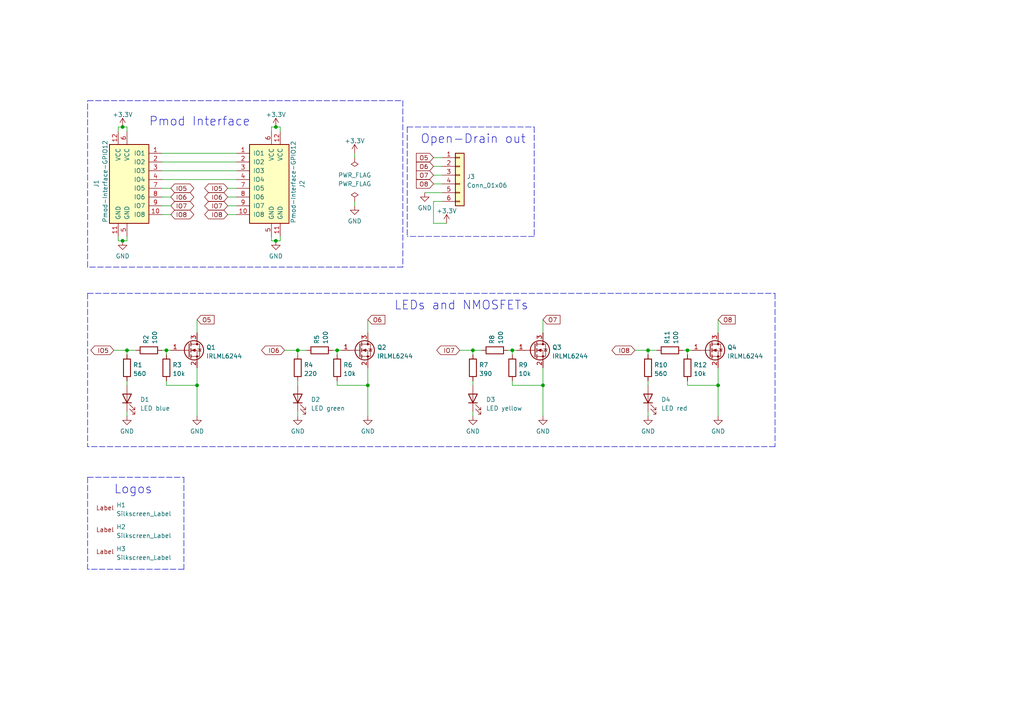
<source format=kicad_sch>
(kicad_sch (version 20211123) (generator eeschema)
  (paper "A4")
  (title_block (title "PMI-DAN") (date "2022-07-08") (rev "V 1.0") (company "Paderborn University - Measurement Engineering Group"))
  (lib_symbols
    (symbol "Connector_Generic:Conn_01x06" (pin_names (offset 1.016) hide)
      (property "Reference" "J" (at 0 7.62 0))
      (property "Value" "Conn_01x06" (at 0 -10.16 0))
      (symbol "Conn_01x06_1_1"
        (rectangle (start -1.27 -7.493) (end 0 -7.747) (stroke (width 0.1524)))
        (rectangle (start -1.27 -4.953) (end 0 -5.207) (stroke (width 0.1524)))
        (rectangle (start -1.27 -2.413) (end 0 -2.667) (stroke (width 0.1524)))
        (rectangle (start -1.27 0.127) (end 0 -0.127) (stroke (width 0.1524)))
        (rectangle (start -1.27 2.667) (end 0 2.413) (stroke (width 0.1524)))
        (rectangle (start -1.27 5.207) (end 0 4.953) (stroke (width 0.1524)))
        (rectangle (start -1.27 6.35) (end 1.27 -8.89) (stroke (width 0.254)) (fill (type background)))
        (pin passive line (at -5.08 5.08 0) (length 3.81) (name "Pin_1") (number "1"))
        (pin passive line (at -5.08 2.54 0) (length 3.81) (name "Pin_2") (number "2"))
        (pin passive line (at -5.08 0 0) (length 3.81) (name "Pin_3") (number "3"))
        (pin passive line (at -5.08 -2.54 0) (length 3.81) (name "Pin_4") (number "4"))
        (pin passive line (at -5.08 -5.08 0) (length 3.81) (name "Pin_5") (number "5"))
        (pin passive line (at -5.08 -7.62 0) (length 3.81) (name "Pin_6") (number "6"))
      )
    )
    (symbol "Device:LED" (pin_numbers hide) (pin_names (offset 1.016) hide)
      (property "Reference" "D" (at 0 2.54 0))
      (property "Value" "LED" (at 0 -2.54 0))
      (symbol "LED_0_1"
        (polyline (pts (xy -1.27 -1.27) (xy -1.27 1.27)) (stroke (width 0.254)))
        (polyline (pts (xy -1.27 0) (xy 1.27 0)))
        (polyline (pts (xy 1.27 -1.27) (xy 1.27 1.27) (xy -1.27 0) (xy 1.27 -1.27)) (stroke (width 0.254)))
        (polyline (pts (xy -3.048 -0.762) (xy -4.572 -2.286) (xy -3.81 -2.286) (xy -4.572 -2.286) (xy -4.572 -1.524)))
        (polyline (pts (xy -1.778 -0.762) (xy -3.302 -2.286) (xy -2.54 -2.286) (xy -3.302 -2.286) (xy -3.302 -1.524)))
      )
      (symbol "LED_1_1"
        (pin passive line (at -3.81 0 0) (length 2.54) (name "K") (number "1"))
        (pin passive line (at 3.81 0 180) (length 2.54) (name "A") (number "2"))
      )
    )
    (symbol "Device:Q_NMOS_GSD" (pin_names (offset 0) hide)
      (property "Reference" "Q" (at 5.08 1.27 0))
      (property "Value" "Q_NMOS_GSD" (at 5.08 -1.27 0))
      (symbol "Q_NMOS_GSD_0_1"
        (polyline (pts (xy 0.254 0) (xy -2.54 0)))
        (polyline (pts (xy 0.254 1.905) (xy 0.254 -1.905)) (stroke (width 0.254)))
        (polyline (pts (xy 0.762 -1.27) (xy 0.762 -2.286)) (stroke (width 0.254)))
        (polyline (pts (xy 0.762 0.508) (xy 0.762 -0.508)) (stroke (width 0.254)))
        (polyline (pts (xy 0.762 2.286) (xy 0.762 1.27)) (stroke (width 0.254)))
        (polyline (pts (xy 2.54 2.54) (xy 2.54 1.778)))
        (polyline (pts (xy 2.54 -2.54) (xy 2.54 0) (xy 0.762 0)))
        (polyline (pts (xy 0.762 -1.778) (xy 3.302 -1.778) (xy 3.302 1.778) (xy 0.762 1.778)))
        (polyline (pts (xy 1.016 0) (xy 2.032 0.381) (xy 2.032 -0.381) (xy 1.016 0)) (fill (type outline)))
        (polyline (pts (xy 2.794 0.508) (xy 2.921 0.381) (xy 3.683 0.381) (xy 3.81 0.254)))
        (polyline (pts (xy 3.302 0.381) (xy 2.921 -0.254) (xy 3.683 -0.254) (xy 3.302 0.381)))
        (circle (center 1.651 0) (radius 2.794) (stroke (width 0.254)))
        (circle (center 2.54 -1.778) (radius 0.254) (fill (type outline)))
        (circle (center 2.54 1.778) (radius 0.254) (fill (type outline)))
      )
      (symbol "Q_NMOS_GSD_1_1"
        (pin input line (at -5.08 0 0) (length 2.54) (name "G") (number "1"))
        (pin passive line (at 2.54 -5.08 90) (length 2.54) (name "S") (number "2"))
        (pin passive line (at 2.54 5.08 270) (length 2.54) (name "D") (number "3"))
      )
    )
    (symbol "Device:R" (pin_numbers hide) (pin_names (offset 0))
      (property "Reference" "R" (at 2.032 0 90))
      (property "Value" "R" (at 0 0 90))
      (symbol "R_0_1"
        (rectangle (start -1.016 -2.54) (end 1.016 2.54) (stroke (width 0.254)))
      )
      (symbol "R_1_1"
        (pin passive line (at 0 3.81 270) (length 1.27) (name "~") (number "1"))
        (pin passive line (at 0 -3.81 90) (length 1.27) (name "~") (number "2"))
      )
    )
    (symbol "Mechanical-emt:Silkscreen_Label"
      (property "Reference" "H" (at 0 2.54 0))
      (property "Value" "Silkscreen_Label" (at 0 -2.54 0))
      (symbol "Silkscreen_Label_0_0"
        (text "Label" (at 0 0 0) (effects (font (size 1.27 1.27))))
      )
    )
    (symbol "Pmod-Interface-emt:Pmod-Interface-GPIO12" (pin_names (offset 1.016))
      (property "Reference" "J" (at 2.54 12.7 0))
      (property "Value" "Pmod-Interface-GPIO12" (at 12.7 -12.7 0))
      (symbol "Pmod-Interface-GPIO12_1_1"
        (rectangle (start 6.35 -11.43) (end -5.08 11.43) (stroke (width 0.254)) (fill (type background)))
        (pin bidirectional line (at 10.16 8.89 180) (length 3.81) (name "IO1") (number "1"))
        (pin bidirectional line (at 10.16 -8.89 180) (length 3.81) (name "IO8") (number "10"))
        (pin bidirectional line (at -2.54 -15.24 90) (length 3.81) (name "GND") (number "11"))
        (pin bidirectional line (at -2.54 15.24 270) (length 3.81) (name "VCC") (number "12"))
        (pin bidirectional line (at 10.16 6.35 180) (length 3.81) (name "IO2") (number "2"))
        (pin bidirectional line (at 10.16 3.81 180) (length 3.81) (name "IO3") (number "3"))
        (pin bidirectional line (at 10.16 1.27 180) (length 3.81) (name "IO4") (number "4"))
        (pin power_in line (at 0 -15.24 90) (length 3.81) (name "GND") (number "5"))
        (pin passive line (at 0 15.24 270) (length 3.81) (name "VCC") (number "6"))
        (pin bidirectional line (at 10.16 -1.27 180) (length 3.81) (name "IO5") (number "7"))
        (pin bidirectional line (at 10.16 -3.81 180) (length 3.81) (name "IO6") (number "8"))
        (pin bidirectional line (at 10.16 -6.35 180) (length 3.81) (name "IO7") (number "9"))
      )
    )
    (symbol "power:+3.3V" (power) (pin_names (offset 0))
      (property "Value" "+3.3V" (at 0 3.556 0))
      (symbol "+3.3V_0_1"
        (polyline (pts (xy -0.762 1.27) (xy 0 2.54)))
        (polyline (pts (xy 0 0) (xy 0 2.54)))
        (polyline (pts (xy 0 2.54) (xy 0.762 1.27)))
      )
      (symbol "+3.3V_1_1"
        (pin power_in line (at 0 0 90) (length 0) hide (name "+3.3V") (number "1"))
      )
    )
    (symbol "power:GND" (power) (pin_names (offset 0))
      (property "Value" "GND" (at 0 -3.81 0))
      (symbol "GND_0_1"
        (polyline (pts (xy 0 0) (xy 0 -1.27) (xy 1.27 -1.27) (xy 0 -2.54) (xy -1.27 -1.27) (xy 0 -1.27)))
      )
      (symbol "GND_1_1"
        (pin power_in line (at 0 0 270) (length 0) hide (name "GND") (number "1"))
      )
    )
    (symbol "power:PWR_FLAG" (power) (pin_numbers hide) (pin_names (offset 0) hide)
      (property "Value" "PWR_FLAG" (at 0 3.81 0))
      (symbol "PWR_FLAG_0_0"
        (pin power_out line (at 0 0 90) (length 0) (name "pwr") (number "1"))
      )
      (symbol "PWR_FLAG_0_1"
        (polyline (pts (xy 0 0) (xy 0 1.27) (xy -1.016 1.905) (xy 0 2.54) (xy 1.016 1.905) (xy 0 1.27)))
      )
    )
  )
  (junction (at 35.56 69.85))
  (junction (at 199.39 101.6))
  (junction (at 157.48 111.76))
  (junction (at 137.16 101.6))
  (junction (at 35.56 36.83))
  (junction (at 187.96 101.6))
  (junction (at 148.59 101.6))
  (junction (at 80.01 36.83))
  (junction (at 80.01 69.85))
  (junction (at 97.79 101.6))
  (junction (at 106.68 111.76))
  (junction (at 57.15 111.76))
  (junction (at 86.36 101.6))
  (junction (at 48.26 101.6))
  (junction (at 36.83 101.6))
  (junction (at 208.28 111.76))
  (polyline (pts (xy 53.34 138.43) (xy 53.34 165.1)))
  (wire (pts (xy 106.68 106.68) (xy 106.68 111.76)))
  (wire (pts (xy 46.99 52.07) (xy 68.58 52.07)))
  (wire (pts (xy 187.96 102.87) (xy 187.96 101.6)))
  (polyline (pts (xy 118.11 36.83) (xy 154.94 36.83)))
  (wire (pts (xy 81.28 69.85) (xy 80.01 69.85)))
  (wire (pts (xy 48.26 101.6) (xy 48.26 102.87)))
  (polyline (pts (xy 224.79 129.54) (xy 25.4 129.54)))
  (wire (pts (xy 125.73 53.34) (xy 128.27 53.34)))
  (wire (pts (xy 137.16 101.6) (xy 139.7 101.6)))
  (wire (pts (xy 78.74 38.1) (xy 78.74 36.83)))
  (wire (pts (xy 81.28 36.83) (xy 80.01 36.83)))
  (wire (pts (xy 199.39 101.6) (xy 200.66 101.6)))
  (wire (pts (xy 86.36 101.6) (xy 88.9 101.6)))
  (wire (pts (xy 46.99 62.23) (xy 49.53 62.23)))
  (polyline (pts (xy 25.4 138.43) (xy 25.4 165.1)))
  (wire (pts (xy 148.59 111.76) (xy 148.59 110.49)))
  (wire (pts (xy 82.55 101.6) (xy 86.36 101.6)))
  (wire (pts (xy 199.39 101.6) (xy 199.39 102.87)))
  (polyline (pts (xy 25.4 138.43) (xy 53.34 138.43)))
  (wire (pts (xy 46.99 101.6) (xy 48.26 101.6)))
  (wire (pts (xy 137.16 102.87) (xy 137.16 101.6)))
  (wire (pts (xy 46.99 49.53) (xy 68.58 49.53)))
  (polyline (pts (xy 25.4 85.09) (xy 224.79 85.09)))
  (wire (pts (xy 86.36 102.87) (xy 86.36 101.6)))
  (wire (pts (xy 36.83 119.38) (xy 36.83 120.65)))
  (wire (pts (xy 46.99 44.45) (xy 68.58 44.45)))
  (wire (pts (xy 199.39 111.76) (xy 208.28 111.76)))
  (wire (pts (xy 96.52 101.6) (xy 97.79 101.6)))
  (wire (pts (xy 36.83 68.58) (xy 36.83 69.85)))
  (wire (pts (xy 78.74 36.83) (xy 80.01 36.83)))
  (wire (pts (xy 66.04 62.23) (xy 68.58 62.23)))
  (polyline (pts (xy 116.84 29.21) (xy 116.84 77.47)))
  (wire (pts (xy 148.59 101.6) (xy 148.59 102.87)))
  (wire (pts (xy 157.48 92.71) (xy 157.48 96.52)))
  (wire (pts (xy 125.73 48.26) (xy 128.27 48.26)))
  (wire (pts (xy 102.87 58.42) (xy 102.87 59.69)))
  (wire (pts (xy 78.74 69.85) (xy 80.01 69.85)))
  (wire (pts (xy 184.15 101.6) (xy 187.96 101.6)))
  (wire (pts (xy 36.83 102.87) (xy 36.83 101.6)))
  (wire (pts (xy 36.83 69.85) (xy 35.56 69.85)))
  (wire (pts (xy 187.96 119.38) (xy 187.96 120.65)))
  (wire (pts (xy 46.99 46.99) (xy 68.58 46.99)))
  (wire (pts (xy 48.26 101.6) (xy 49.53 101.6)))
  (polyline (pts (xy 25.4 77.47) (xy 25.4 29.21)))
  (polyline (pts (xy 25.4 85.09) (xy 25.4 129.54)))
  (wire (pts (xy 97.79 101.6) (xy 97.79 102.87)))
  (wire (pts (xy 147.32 101.6) (xy 148.59 101.6)))
  (wire (pts (xy 123.19 55.88) (xy 128.27 55.88)))
  (wire (pts (xy 97.79 111.76) (xy 106.68 111.76)))
  (wire (pts (xy 106.68 92.71) (xy 106.68 96.52)))
  (wire (pts (xy 48.26 111.76) (xy 48.26 110.49)))
  (wire (pts (xy 157.48 111.76) (xy 157.48 120.65)))
  (wire (pts (xy 34.29 69.85) (xy 35.56 69.85)))
  (wire (pts (xy 148.59 101.6) (xy 149.86 101.6)))
  (wire (pts (xy 86.36 119.38) (xy 86.36 120.65)))
  (wire (pts (xy 78.74 68.58) (xy 78.74 69.85)))
  (wire (pts (xy 102.87 44.45) (xy 102.87 45.72)))
  (polyline (pts (xy 25.4 29.21) (xy 116.84 29.21)))
  (wire (pts (xy 34.29 36.83) (xy 35.56 36.83)))
  (wire (pts (xy 133.35 101.6) (xy 137.16 101.6)))
  (wire (pts (xy 36.83 38.1) (xy 36.83 36.83)))
  (polyline (pts (xy 53.34 165.1) (xy 25.4 165.1)))
  (polyline (pts (xy 154.94 68.58) (xy 118.11 68.58)))
  (polyline (pts (xy 118.11 36.83) (xy 118.11 68.58)))
  (wire (pts (xy 86.36 110.49) (xy 86.36 111.76)))
  (wire (pts (xy 125.73 64.77) (xy 125.73 58.42)))
  (wire (pts (xy 46.99 57.15) (xy 49.53 57.15)))
  (wire (pts (xy 148.59 111.76) (xy 157.48 111.76)))
  (wire (pts (xy 48.26 111.76) (xy 57.15 111.76)))
  (polyline (pts (xy 224.79 85.09) (xy 224.79 129.54)))
  (wire (pts (xy 137.16 110.49) (xy 137.16 111.76)))
  (wire (pts (xy 81.28 38.1) (xy 81.28 36.83)))
  (wire (pts (xy 208.28 106.68) (xy 208.28 111.76)))
  (wire (pts (xy 187.96 101.6) (xy 190.5 101.6)))
  (wire (pts (xy 81.28 68.58) (xy 81.28 69.85)))
  (wire (pts (xy 125.73 58.42) (xy 128.27 58.42)))
  (wire (pts (xy 33.02 101.6) (xy 36.83 101.6)))
  (wire (pts (xy 66.04 57.15) (xy 68.58 57.15)))
  (wire (pts (xy 46.99 59.69) (xy 49.53 59.69)))
  (wire (pts (xy 187.96 110.49) (xy 187.96 111.76)))
  (wire (pts (xy 97.79 101.6) (xy 99.06 101.6)))
  (wire (pts (xy 208.28 92.71) (xy 208.28 96.52)))
  (wire (pts (xy 36.83 36.83) (xy 35.56 36.83)))
  (wire (pts (xy 57.15 111.76) (xy 57.15 120.65)))
  (wire (pts (xy 34.29 38.1) (xy 34.29 36.83)))
  (wire (pts (xy 97.79 111.76) (xy 97.79 110.49)))
  (wire (pts (xy 125.73 45.72) (xy 128.27 45.72)))
  (wire (pts (xy 66.04 54.61) (xy 68.58 54.61)))
  (polyline (pts (xy 154.94 36.83) (xy 154.94 68.58)))
  (wire (pts (xy 157.48 106.68) (xy 157.48 111.76)))
  (wire (pts (xy 199.39 111.76) (xy 199.39 110.49)))
  (polyline (pts (xy 116.84 77.47) (xy 25.4 77.47)))
  (wire (pts (xy 57.15 92.71) (xy 57.15 96.52)))
  (wire (pts (xy 46.99 54.61) (xy 49.53 54.61)))
  (wire (pts (xy 106.68 111.76) (xy 106.68 120.65)))
  (wire (pts (xy 208.28 111.76) (xy 208.28 120.65)))
  (wire (pts (xy 129.54 64.77) (xy 125.73 64.77)))
  (wire (pts (xy 198.12 101.6) (xy 199.39 101.6)))
  (wire (pts (xy 36.83 110.49) (xy 36.83 111.76)))
  (wire (pts (xy 57.15 106.68) (xy 57.15 111.76)))
  (wire (pts (xy 137.16 119.38) (xy 137.16 120.65)))
  (wire (pts (xy 34.29 68.58) (xy 34.29 69.85)))
  (wire (pts (xy 66.04 59.69) (xy 68.58 59.69)))
  (wire (pts (xy 36.83 101.6) (xy 39.37 101.6)))
  (wire (pts (xy 125.73 50.8) (xy 128.27 50.8)))
  (text "Open-Drain out" (at 121.92 41.91 0) (effects (font (size 2.54 2.54)) (justify left bottom)))
  (text "Pmod Interface\n" (at 43.18 36.83 0) (effects (font (size 2.54 2.54)) (justify left bottom)))
  (text "LEDs and NMOSFETs" (at 114.3 90.17 0) (effects (font (size 2.54 2.54)) (justify left bottom)))
  (text "Logos" (at 33.02 143.51 0) (effects (font (size 2.54 2.54)) (justify left bottom)))
  (global_label "IO6" (shape bidirectional) (at 66.04 57.15 180) (property "Intersheet References" "${INTERSHEET_REFS}" (effects hide)))
  (global_label "IO5" (shape bidirectional) (at 49.53 54.61 0) (property "Intersheet References" "${INTERSHEET_REFS}" (effects hide)))
  (global_label "IO8" (shape bidirectional) (at 184.15 101.6 180) (property "Intersheet References" "${INTERSHEET_REFS}" (effects hide)))
  (global_label "IO6" (shape bidirectional) (at 49.53 57.15 0) (property "Intersheet References" "${INTERSHEET_REFS}" (effects hide)))
  (global_label "IO7" (shape bidirectional) (at 133.35 101.6 180) (property "Intersheet References" "${INTERSHEET_REFS}" (effects hide)))
  (global_label "O5" (shape input) (at 125.73 45.72 180) (property "Intersheet References" "${INTERSHEET_REFS}" (effects hide)))
  (global_label "IO8" (shape bidirectional) (at 66.04 62.23 180) (property "Intersheet References" "${INTERSHEET_REFS}" (effects hide)))
  (global_label "IO5" (shape bidirectional) (at 66.04 54.61 180) (property "Intersheet References" "${INTERSHEET_REFS}" (effects hide)))
  (global_label "O8" (shape input) (at 125.73 53.34 180) (property "Intersheet References" "${INTERSHEET_REFS}" (effects hide)))
  (global_label "IO5" (shape bidirectional) (at 33.02 101.6 180) (property "Intersheet References" "${INTERSHEET_REFS}" (effects hide)))
  (global_label "O6" (shape input) (at 125.73 48.26 180) (property "Intersheet References" "${INTERSHEET_REFS}" (effects hide)))
  (global_label "O5" (shape input) (at 57.15 92.71 0) (property "Intersheet References" "${INTERSHEET_REFS}" (effects hide)))
  (global_label "O6" (shape input) (at 106.68 92.71 0) (property "Intersheet References" "${INTERSHEET_REFS}" (effects hide)))
  (global_label "O8" (shape input) (at 208.28 92.71 0) (property "Intersheet References" "${INTERSHEET_REFS}" (effects hide)))
  (global_label "IO8" (shape bidirectional) (at 49.53 62.23 0) (property "Intersheet References" "${INTERSHEET_REFS}" (effects hide)))
  (global_label "O7" (shape input) (at 157.48 92.71 0) (property "Intersheet References" "${INTERSHEET_REFS}" (effects hide)))
  (global_label "IO7" (shape bidirectional) (at 49.53 59.69 0) (property "Intersheet References" "${INTERSHEET_REFS}" (effects hide)))
  (global_label "IO6" (shape bidirectional) (at 82.55 101.6 180) (property "Intersheet References" "${INTERSHEET_REFS}" (effects hide)))
  (global_label "IO7" (shape bidirectional) (at 66.04 59.69 180) (property "Intersheet References" "${INTERSHEET_REFS}" (effects hide)))
  (global_label "O7" (shape input) (at 125.73 50.8 180) (property "Intersheet References" "${INTERSHEET_REFS}" (effects hide)))
  (symbol (lib_id "Device:R") (at 187.96 106.68 0) (unit 1)
    (property "Reference" "R10" (at 189.738 105.8453 0) (effects (justify left)))
    (property "Value" "560" (at 189.738 108.3822 0) (effects (justify left)))
    (property "Footprint" "Resistor_SMD:R_0603_1608Metric" (effects hide))
  )
  (symbol (lib_id "Device:LED") (at 86.36 115.57 90) (unit 1)
    (property "Reference" "D2" (at 90.17 115.8874 90) (effects (justify right)))
    (property "Value" "LED green" (at 90.17 118.4274 90) (effects (justify right)))
    (property "Footprint" "LED_SMD:LED_0603_1608Metric" (effects hide))
    (property "Manufacturer" "Osram" (effects hide))
    (property "Manufacturer Part No" "LG Q396-PS-35" (effects hide))
    (property "Digikey Part No" "475-3754-1-ND" (effects hide))
    (property "Mouser Part No" "720-LGQ396A3964" (effects hide))
  )
  (symbol (lib_id "Device:R") (at 194.31 101.6 90) (unit 1)
    (property "Reference" "R11" (at 193.4753 99.822 0) (effects (justify left)))
    (property "Value" "100" (at 196.0122 99.822 0) (effects (justify left)))
    (property "Footprint" "Resistor_SMD:R_0603_1608Metric" (effects hide))
  )
  (symbol (lib_id "Mechanical-emt:Silkscreen_Label") (at 30.48 160.02 0) (unit 1)
    (property "Reference" "H3" (at 33.7344 159.1852 0) (effects (justify left)))
    (property "Value" "Silkscreen_Label" (at 33.7344 161.7221 0) (effects (justify left)))
    (property "Footprint" "Symbol-emt:EMT-Logo_8.2x4.1mm_Silkscreen" (effects hide))
  )
  (symbol (lib_id "Device:R") (at 199.39 106.68 0) (unit 1)
    (property "Reference" "R12" (at 201.168 105.8453 0) (effects (justify left)))
    (property "Value" "10k" (at 201.168 108.3822 0) (effects (justify left)))
    (property "Footprint" "Resistor_SMD:R_0603_1608Metric" (effects hide))
  )
  (symbol (lib_id "Device:Q_NMOS_GSD") (at 154.94 101.6 0) (unit 1)
    (property "Reference" "Q3" (at 160.147 100.7653 0) (effects (justify left)))
    (property "Value" "IRLML6244" (at 160.147 103.3022 0) (effects (justify left)))
    (property "Footprint" "Package_TO_SOT_SMD:SOT-23" (effects hide))
  )
  (symbol (lib_id "Device:R") (at 143.51 101.6 90) (unit 1)
    (property "Reference" "R8" (at 142.6753 99.822 0) (effects (justify left)))
    (property "Value" "100" (at 145.2122 99.822 0) (effects (justify left)))
    (property "Footprint" "Resistor_SMD:R_0603_1608Metric" (effects hide))
  )
  (symbol (lib_id "Connector_Generic:Conn_01x06") (at 133.35 50.8 0) (unit 1)
    (property "Reference" "J3" (at 135.382 51.2353 0) (effects (justify left)))
    (property "Value" "Conn_01x06" (at 135.382 53.7722 0) (effects (justify left)))
    (property "Footprint" "Connector_PinHeader_2.54mm:PinHeader_1x06_P2.54mm_Vertical" (effects hide))
  )
  (symbol (lib_id "power:+3.3V") (at 129.54 64.77 0) (unit 1)
    (property "Reference" "#PWR0108" (effects hide))
    (property "Value" "+3.3V" (at 129.54 61.1942 0))
  )
  (symbol (lib_id "Device:R") (at 148.59 106.68 0) (unit 1)
    (property "Reference" "R9" (at 150.368 105.8453 0) (effects (justify left)))
    (property "Value" "10k" (at 150.368 108.3822 0) (effects (justify left)))
    (property "Footprint" "Resistor_SMD:R_0603_1608Metric" (effects hide))
  )
  (symbol (lib_id "power:GND") (at 36.83 120.65 0) (unit 1)
    (property "Reference" "#PWR0113" (effects hide))
    (property "Value" "GND" (at 36.83 125.0934 0))
  )
  (symbol (lib_id "Pmod-Interface-emt:Pmod-Interface-GPIO12") (at 36.83 53.34 0) (unit 1)
    (property "Reference" "J1" (at 27.94 52.07 90) (effects (justify right)))
    (property "Value" "Pmod-Interface-GPIO12" (at 30.48 40.64 90) (effects (justify right)))
    (property "Footprint" "Pmod_Interface-emt:Pmod_Interface_Male12" (effects hide))
  )
  (symbol (lib_id "Pmod-Interface-emt:Pmod-Interface-GPIO12") (at 78.74 53.34 0) (mirror y) (unit 1)
    (property "Reference" "J2" (at 87.63 54.61 90) (effects (justify left)))
    (property "Value" "Pmod-Interface-GPIO12" (at 85.09 64.77 90) (effects (justify left)))
    (property "Footprint" "Pmod_Interface-emt:Pmod_Interface_Female12" (effects hide))
  )
  (symbol (lib_id "power:GND") (at 106.68 120.65 0) (unit 1)
    (property "Reference" "#PWR0112" (effects hide))
    (property "Value" "GND" (at 106.68 125.0934 0))
  )
  (symbol (lib_id "power:+3.3V") (at 80.01 36.83 0) (unit 1)
    (property "Reference" "#PWR0106" (effects hide))
    (property "Value" "+3.3V" (at 80.01 33.2542 0))
  )
  (symbol (lib_id "power:PWR_FLAG") (at 102.87 58.42 0) (unit 1)
    (property "Reference" "#FLG0102" (effects hide))
    (property "Value" "PWR_FLAG" (at 102.87 53.34 0))
  )
  (symbol (lib_id "Device:R") (at 92.71 101.6 90) (unit 1)
    (property "Reference" "R5" (at 91.8753 99.822 0) (effects (justify left)))
    (property "Value" "100" (at 94.4122 99.822 0) (effects (justify left)))
    (property "Footprint" "Resistor_SMD:R_0603_1608Metric" (effects hide))
  )
  (symbol (lib_id "Device:Q_NMOS_GSD") (at 104.14 101.6 0) (unit 1)
    (property "Reference" "Q2" (at 109.347 100.7653 0) (effects (justify left)))
    (property "Value" "IRLML6244" (at 109.347 103.3022 0) (effects (justify left)))
    (property "Footprint" "Package_TO_SOT_SMD:SOT-23" (effects hide))
  )
  (symbol (lib_id "Device:Q_NMOS_GSD") (at 205.74 101.6 0) (unit 1)
    (property "Reference" "Q4" (at 210.947 100.7653 0) (effects (justify left)))
    (property "Value" "IRLML6244" (at 210.947 103.3022 0) (effects (justify left)))
    (property "Footprint" "Package_TO_SOT_SMD:SOT-23" (effects hide))
    (property "Manufacturer" "Infineon" (effects hide))
    (property "Manufacturer Part No" "IRLML6244TRPBF" (effects hide))
    (property "Reichelt Part No" "IRLML 6244" (effects hide))
    (property "Digikey Part No" "IRLML6244TRPBFCT-ND" (effects hide))
    (property "Mouser Part No" "942-IRLML6244TRPBF" (effects hide))
  )
  (symbol (lib_id "power:GND") (at 187.96 120.65 0) (unit 1)
    (property "Reference" "#PWR0105" (effects hide))
    (property "Value" "GND" (at 187.96 125.0934 0))
  )
  (symbol (lib_id "power:GND") (at 80.01 69.85 0) (unit 1)
    (property "Reference" "#PWR0107" (effects hide))
    (property "Value" "GND" (at 80.01 74.2934 0))
  )
  (symbol (lib_id "Device:R") (at 97.79 106.68 0) (unit 1)
    (property "Reference" "R6" (at 99.568 105.8453 0) (effects (justify left)))
    (property "Value" "10k" (at 99.568 108.3822 0) (effects (justify left)))
    (property "Footprint" "Resistor_SMD:R_0603_1608Metric" (effects hide))
  )
  (symbol (lib_id "Device:LED") (at 187.96 115.57 90) (unit 1)
    (property "Reference" "D4" (at 191.77 115.8874 90) (effects (justify right)))
    (property "Value" "LED red" (at 191.77 118.4274 90) (effects (justify right)))
    (property "Footprint" "LED_SMD:LED_0603_1608Metric" (effects hide))
    (property "Manufacturer" "Osram" (effects hide))
    (property "Manufacturer Part No" "LS Q976-NR-1-0-20-R18" (effects hide))
    (property "Digikey Part No" "475-2512-1-ND" (effects hide))
    (property "Mouser Part No" "720-LSQ976-NR-1" (effects hide))
  )
  (symbol (lib_id "Device:Q_NMOS_GSD") (at 54.61 101.6 0) (unit 1)
    (property "Reference" "Q1" (at 59.817 100.7653 0) (effects (justify left)))
    (property "Value" "IRLML6244" (at 59.817 103.3022 0) (effects (justify left)))
    (property "Footprint" "Package_TO_SOT_SMD:SOT-23" (effects hide))
  )
  (symbol (lib_id "power:PWR_FLAG") (at 102.87 45.72 180) (unit 1)
    (property "Reference" "#FLG0101" (effects hide))
    (property "Value" "PWR_FLAG" (at 102.87 50.8 0))
  )
  (symbol (lib_id "Mechanical-emt:Silkscreen_Label") (at 30.48 153.67 0) (unit 1)
    (property "Reference" "H2" (at 33.7344 152.8352 0) (effects (justify left)))
    (property "Value" "Silkscreen_Label" (at 33.7344 155.3721 0) (effects (justify left)))
    (property "Footprint" "Symbol-emt:EMT-Logo_8.2x4.1mm_Silkscreen" (effects hide))
  )
  (symbol (lib_id "power:+3.3V") (at 35.56 36.83 0) (unit 1)
    (property "Reference" "#PWR0101" (effects hide))
    (property "Value" "+3.3V" (at 35.56 33.2542 0))
  )
  (symbol (lib_id "power:GND") (at 57.15 120.65 0) (unit 1)
    (property "Reference" "#PWR0114" (effects hide))
    (property "Value" "GND" (at 57.15 125.0934 0))
  )
  (symbol (lib_id "power:GND") (at 157.48 120.65 0) (unit 1)
    (property "Reference" "#PWR0103" (effects hide))
    (property "Value" "GND" (at 157.48 125.0934 0))
  )
  (symbol (lib_id "Mechanical-emt:Silkscreen_Label") (at 30.48 147.32 0) (unit 1)
    (property "Reference" "H1" (at 33.7344 146.4852 0) (effects (justify left)))
    (property "Value" "Silkscreen_Label" (at 33.7344 149.0221 0) (effects (justify left)))
    (property "Footprint" "Symbol-emt:UPB-Logo_En_12.3X4.3mm" (effects hide))
  )
  (symbol (lib_id "power:GND") (at 35.56 69.85 0) (unit 1)
    (property "Reference" "#PWR0102" (effects hide))
    (property "Value" "GND" (at 35.56 74.2934 0))
  )
  (symbol (lib_id "Device:R") (at 86.36 106.68 0) (unit 1)
    (property "Reference" "R4" (at 88.138 105.8453 0) (effects (justify left)))
    (property "Value" "220" (at 88.138 108.3822 0) (effects (justify left)))
    (property "Footprint" "Resistor_SMD:R_0603_1608Metric" (effects hide))
  )
  (symbol (lib_id "power:+3.3V") (at 102.87 44.45 0) (unit 1)
    (property "Reference" "#PWR0115" (effects hide))
    (property "Value" "+3.3V" (at 102.87 40.8742 0))
  )
  (symbol (lib_id "power:GND") (at 137.16 120.65 0) (unit 1)
    (property "Reference" "#PWR0111" (effects hide))
    (property "Value" "GND" (at 137.16 125.0934 0))
  )
  (symbol (lib_id "power:GND") (at 86.36 120.65 0) (unit 1)
    (property "Reference" "#PWR0110" (effects hide))
    (property "Value" "GND" (at 86.36 125.0934 0))
  )
  (symbol (lib_id "power:GND") (at 102.87 59.69 0) (unit 1)
    (property "Reference" "#PWR0116" (effects hide))
    (property "Value" "GND" (at 102.87 64.1334 0))
  )
  (symbol (lib_id "power:GND") (at 123.19 55.88 0) (unit 1)
    (property "Reference" "#PWR0109" (effects hide))
    (property "Value" "GND" (at 123.19 60.3234 0))
  )
  (symbol (lib_id "Device:LED") (at 36.83 115.57 90) (unit 1)
    (property "Reference" "D1" (at 40.64 115.8874 90) (effects (justify right)))
    (property "Value" "LED blue" (at 40.64 118.4274 90) (effects (justify right)))
    (property "Footprint" "LED_SMD:LED_0603_1608Metric" (effects hide))
    (property "Manufacturer Part No" "LB Q39G-L2OO-35-1" (effects hide))
    (property "Manufacturer" "Osram" (effects hide))
    (property "Mouser Part No" "720-LBQ39GL2N2351" (effects hide))
    (property "Digikey Part No" "475-2816-1-ND" (effects hide))
  )
  (symbol (lib_id "power:GND") (at 208.28 120.65 0) (unit 1)
    (property "Reference" "#PWR0104" (effects hide))
    (property "Value" "GND" (at 208.28 125.0934 0))
  )
  (symbol (lib_id "Device:R") (at 43.18 101.6 90) (unit 1)
    (property "Reference" "R2" (at 42.3453 99.822 0) (effects (justify left)))
    (property "Value" "100" (at 44.8822 99.822 0) (effects (justify left)))
    (property "Footprint" "Resistor_SMD:R_0603_1608Metric" (effects hide))
  )
  (symbol (lib_id "Device:R") (at 48.26 106.68 0) (unit 1)
    (property "Reference" "R3" (at 50.038 105.8453 0) (effects (justify left)))
    (property "Value" "10k" (at 50.038 108.3822 0) (effects (justify left)))
    (property "Footprint" "Resistor_SMD:R_0603_1608Metric" (effects hide))
  )
  (symbol (lib_id "Device:LED") (at 137.16 115.57 90) (unit 1)
    (property "Reference" "D3" (at 140.97 115.8874 90) (effects (justify right)))
    (property "Value" "LED yellow" (at 140.97 118.4274 90) (effects (justify right)))
    (property "Footprint" "LED_SMD:LED_0603_1608Metric" (effects hide))
    (property "Manufacturer" "Osram" (effects hide))
    (property "Manufacturer Part No" "LY Q396-P1Q2-36" (effects hide))
    (property "Digikey Part No" "475-3467-1-ND" (effects hide))
    (property "Mouser Part No" "720-LYQ396P1Q236" (effects hide))
  )
  (symbol (lib_id "Device:R") (at 137.16 106.68 0) (unit 1)
    (property "Reference" "R7" (at 138.938 105.8453 0) (effects (justify left)))
    (property "Value" "390" (at 138.938 108.3822 0) (effects (justify left)))
    (property "Footprint" "Resistor_SMD:R_0603_1608Metric" (effects hide))
  )
  (symbol (lib_id "Device:R") (at 36.83 106.68 0) (unit 1)
    (property "Reference" "R1" (at 38.608 105.8453 0) (effects (justify left)))
    (property "Value" "560" (at 38.608 108.3822 0) (effects (justify left)))
    (property "Footprint" "Resistor_SMD:R_0603_1608Metric" (effects hide))
  )
)
</source>
